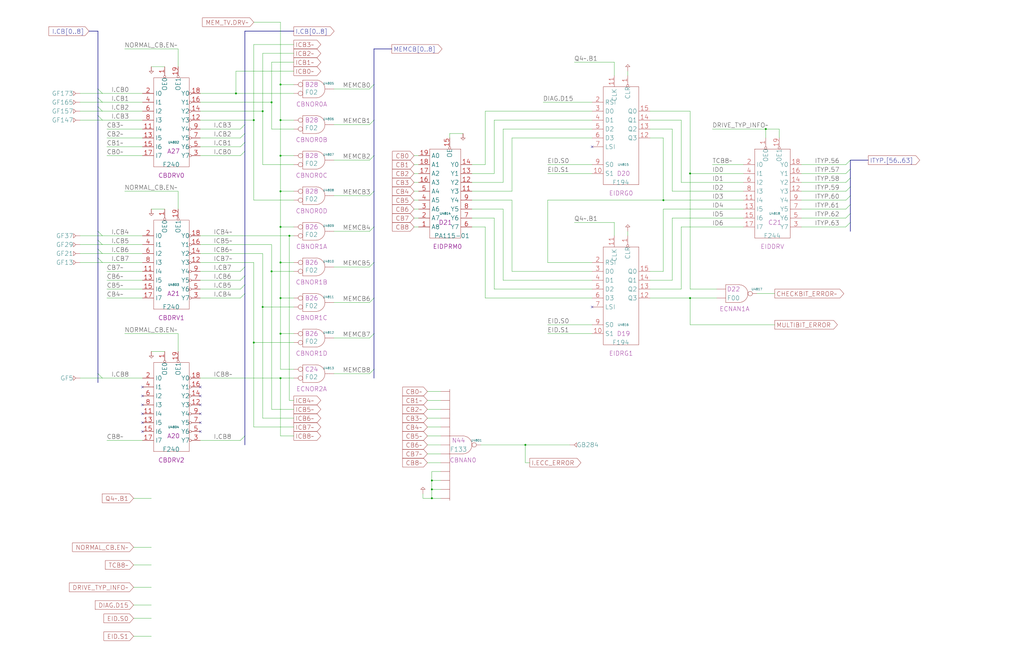
<source format=kicad_sch>
(kicad_sch (version 20250114) (generator "eeschema") (generator_version "9.0")
  (paper "User" 584.2 378.46)
  (title_block (title "ERROR CHECKING & CORRECTION\\nERROR DETECTION") (date "22-SEP-90") (rev "2.0") (comment 1 "IOC") (comment 2 "232-003061") (comment 3 "S400") (comment 4 "RELEASED"))
  (lib_symbols
    (symbol "r1000:F00" (pin_numbers (hide yes)) (pin_names (hide yes))
      (property "Reference" "U" (at 15.24 0 0))
      (property "Value" "F00" (at 1.905 -5.08 0))
      (property "Location" "___" (at 1.905 0 0))
      (property "Name" "______" (at 2.54 -12.7 0))
      (symbol "F00_1_1"
        (pin input line (at -7.62 0 0) (length 5.08) (name "D0") (number "1"))
        (pin input line (at -7.62 -5.08 0) (length 5.08) (name "D1") (number "2"))
        (pin output line (at 15.24 -2.54 180) (length 2.54) (name "Q") (number "3"))
      )
      (symbol "F00_1_2"
        (pin input line (at -7.62 0 0) (length 2.54) (name "D0") (number "1"))
        (pin input line (at -7.62 -5.08 0) (length 2.54) (name "D1") (number "2"))
        (pin output line (at 15.24 -2.54 180) (length 5.08) (name "Q") (number "3"))
      )
    )
    (symbol "r1000:F02" (pin_numbers (hide yes)) (pin_names (hide yes))
      (property "Reference" "U" (at 12.16 0.635 0))
      (property "Value" "F02" (at -1.27 -4.445 0))
      (property "Location" "___" (at 2.54 0 0))
      (property "Name" "______" (at 2.54 -12.7 0))
      (symbol "F02_1_1"
        (pin input line (at -7.62 0 0) (length 2.54) (name "D0") (number "1"))
        (pin input line (at -7.62 -5.08 0) (length 2.54) (name "D1") (number "2"))
        (pin output line (at 15.24 -2.54 180) (length 1.27) (name "Q") (number "3"))
      )
      (symbol "F02_1_2"
        (pin input line (at -7.62 0 0) (length 2.54) (name "D0") (number "1"))
        (pin input line (at -7.62 -5.08 0) (length 2.54) (name "D1") (number "2"))
        (pin output line (at 15.24 -2.54 180) (length 2.54) (name "Q") (number "3"))
      )
    )
    (symbol "r1000:F133" (pin_numbers (hide yes)) (pin_names (hide yes))
      (property "Reference" "U" (at 12.7 2.54 0))
      (property "Value" "F133" (at 2.54 -2.54 0))
      (property "Location" "___" (at 2.54 2.54 0))
      (property "Name" "______" (at 5.08 -10.16 0))
      (symbol "F133_1_1"
        (pin input line (at -7.62 30.48 0) (length 5.08) (name "D0") (number "10"))
        (pin input line (at -7.62 25.4 0) (length 5.08) (name "D1") (number "11"))
        (pin input line (at -7.62 20.32 0) (length 5.08) (name "D2") (number "12"))
        (pin input line (at -7.62 15.24 0) (length 5.08) (name "D3") (number "13"))
        (pin input line (at -7.62 10.16 0) (length 5.08) (name "D4") (number "14"))
        (pin input line (at -7.62 5.08 0) (length 5.08) (name "D5") (number "15"))
        (pin input line (at -7.62 0 0) (length 5.08) (name "D6") (number "1"))
        (pin input line (at -7.62 -5.08 0) (length 5.08) (name "D7") (number "2"))
        (pin input line (at -7.62 -10.16 0) (length 5.08) (name "D8") (number "3"))
        (pin input line (at -7.62 -15.24 0) (length 5.08) (name "D9") (number "4"))
        (pin input line (at -7.62 -20.32 0) (length 5.08) (name "D10") (number "5"))
        (pin input line (at -7.62 -25.4 0) (length 5.08) (name "D11") (number "6"))
        (pin input line (at -7.62 -30.48 0) (length 5.08) (name "D12") (number "7"))
        (pin output line (at 15.24 0 180) (length 2.54) (name "Q") (number "8"))
      )
    )
    (symbol "r1000:F194" (pin_names (offset 1.016))
      (property "Reference" "U" (at 2.54 5.08 0))
      (property "Value" "F194" (at -3.81 -5.08 0))
      (property "Location" "___" (at -1.27 0 0))
      (property "Name" "______" (at 1.27 -12.7 0))
      (symbol "F194_1_1"
        (pin input line (at -15.24 40.64 0) (length 6.35) (name "RSI") (number "2"))
        (pin input line (at -15.24 35.56 0) (length 6.35) (name "D0") (number "3"))
        (pin input line (at -15.24 30.48 0) (length 6.35) (name "D1") (number "4"))
        (pin input line (at -15.24 25.4 0) (length 6.35) (name "D2") (number "5"))
        (pin input line (at -15.24 20.32 0) (length 6.35) (name "D3") (number "6"))
        (pin input line (at -15.24 15.24 0) (length 6.35) (name "LSI") (number "7"))
        (pin input line (at -15.24 5.08 0) (length 6.35) (name "S0") (number "9"))
        (pin input line (at -15.24 0 0) (length 6.35) (name "S1") (number "10"))
        (pin input line (at -2.54 55.88 270) (length 6.35) (name "CLK") (number "11"))
        (pin input line (at 5.08 55.88 270) (length 5.08) (name "CLR") (number "1"))
        (pin output line (at 17.78 35.56 180) (length 6.35) (name "Q0") (number "15"))
        (pin output line (at 17.78 30.48 180) (length 6.35) (name "Q1") (number "14"))
        (pin output line (at 17.78 25.4 180) (length 6.35) (name "Q2") (number "13"))
        (pin output line (at 17.78 20.32 180) (length 6.35) (name "Q3") (number "12"))
      )
    )
    (symbol "r1000:F240" (pin_names (offset 1.016))
      (property "Reference" "U" (at 2.54 5.08 0))
      (property "Value" "F240" (at -3.81 -7.62 0))
      (property "Location" "___" (at -1.27 0 0))
      (property "Name" "______" (at 1.27 -15.24 0))
      (symbol "F240_1_1"
        (pin input line (at -15.24 33.02 0) (length 6.35) (name "I0") (number "2"))
        (pin input line (at -15.24 27.94 0) (length 6.35) (name "I1") (number "4"))
        (pin input line (at -15.24 22.86 0) (length 6.35) (name "I2") (number "6"))
        (pin input line (at -15.24 17.78 0) (length 6.35) (name "I3") (number "8"))
        (pin input line (at -15.24 12.7 0) (length 6.35) (name "I4") (number "11"))
        (pin input line (at -15.24 7.62 0) (length 6.35) (name "I5") (number "13"))
        (pin input line (at -15.24 2.54 0) (length 6.35) (name "I6") (number "15"))
        (pin input line (at -15.24 -2.54 0) (length 6.35) (name "I7") (number "17"))
        (pin input line (at -2.54 48.26 270) (length 5.08) (name "OE0") (number "1"))
        (pin input line (at 5.08 48.26 270) (length 5.08) (name "OE1") (number "19"))
        (pin tri_state line (at 17.78 33.02 180) (length 5.08) (name "Y0") (number "18"))
        (pin tri_state line (at 17.78 27.94 180) (length 5.08) (name "Y1") (number "16"))
        (pin tri_state line (at 17.78 22.86 180) (length 5.08) (name "Y2") (number "14"))
        (pin tri_state line (at 17.78 17.78 180) (length 5.08) (name "Y3") (number "12"))
        (pin tri_state line (at 17.78 12.7 180) (length 5.08) (name "Y4") (number "9"))
        (pin tri_state line (at 17.78 7.62 180) (length 5.08) (name "Y5") (number "7"))
        (pin tri_state line (at 17.78 2.54 180) (length 5.08) (name "Y6") (number "5"))
        (pin tri_state line (at 17.78 -2.54 180) (length 5.08) (name "Y7") (number "3"))
      )
    )
    (symbol "r1000:F244" (pin_names (offset 1.016))
      (property "Reference" "U" (at 2.54 5.08 0))
      (property "Value" "F244" (at -3.81 -7.62 0))
      (property "Location" "___" (at -1.27 0 0))
      (property "Name" "______" (at 1.27 -15.24 0))
      (symbol "F244_1_1"
        (pin input line (at -15.24 33.02 0) (length 6.35) (name "I0") (number "2"))
        (pin input line (at -15.24 27.94 0) (length 6.35) (name "I1") (number "4"))
        (pin input line (at -15.24 22.86 0) (length 6.35) (name "I2") (number "6"))
        (pin input line (at -15.24 17.78 0) (length 6.35) (name "I3") (number "8"))
        (pin input line (at -15.24 12.7 0) (length 6.35) (name "I4") (number "11"))
        (pin input line (at -15.24 7.62 0) (length 6.35) (name "I5") (number "13"))
        (pin input line (at -15.24 2.54 0) (length 6.35) (name "I6") (number "15"))
        (pin input line (at -15.24 -2.54 0) (length 6.35) (name "I7") (number "17"))
        (pin input line (at -2.54 48.26 270) (length 5.08) (name "OE0") (number "1"))
        (pin input line (at 5.08 48.26 270) (length 5.08) (name "OE1") (number "19"))
        (pin tri_state line (at 17.78 33.02 180) (length 6.35) (name "Y0") (number "18"))
        (pin tri_state line (at 17.78 27.94 180) (length 6.35) (name "Y1") (number "16"))
        (pin tri_state line (at 17.78 22.86 180) (length 6.35) (name "Y2") (number "14"))
        (pin tri_state line (at 17.78 17.78 180) (length 6.35) (name "Y3") (number "12"))
        (pin tri_state line (at 17.78 12.7 180) (length 6.35) (name "Y4") (number "9"))
        (pin tri_state line (at 17.78 7.62 180) (length 6.35) (name "Y5") (number "7"))
        (pin tri_state line (at 17.78 2.54 180) (length 6.35) (name "Y6") (number "5"))
        (pin tri_state line (at 17.78 -2.54 180) (length 6.35) (name "Y7") (number "3"))
      )
    )
    (symbol "r1000:GB" (pin_numbers (hide yes)) (pin_names (offset 0) (hide yes))
      (property "Reference" "GB" (at 3.81 0 0))
      (symbol "GB_1_1"
        (pin bidirectional line (at 0 0 0) (length 2.54) (name "") (number "1"))
      )
    )
    (symbol "r1000:GF" (pin_numbers (hide yes)) (pin_names (offset 0) (hide yes))
      (property "Reference" "GF" (at 3.81 0 0))
      (symbol "GF_1_1"
        (pin bidirectional line (at 0 0 0) (length 2.54) (name "") (number "1"))
      )
    )
    (symbol "r1000:PAxxx" (pin_names (offset 1.016))
      (property "Reference" "U" (at 2.54 5.08 0))
      (property "Value" "PAxxx" (at -3.81 -7.62 0))
      (property "Location" "___" (at -1.27 0 0))
      (property "Name" "______" (at 3.81 -15.24 0))
      (symbol "PAxxx_1_1"
        (pin input line (at -12.7 38.1 0) (length 6.35) (name "A0") (number "19"))
        (pin input line (at -12.7 33.02 0) (length 6.35) (name "A1") (number "18"))
        (pin input line (at -12.7 27.94 0) (length 6.35) (name "A2") (number "17"))
        (pin input line (at -12.7 22.86 0) (length 6.35) (name "A3") (number "16"))
        (pin input line (at -12.7 17.78 0) (length 6.35) (name "A4") (number "5"))
        (pin input line (at -12.7 12.7 0) (length 6.35) (name "A5") (number "4"))
        (pin input line (at -12.7 7.62 0) (length 6.35) (name "A6") (number "3"))
        (pin input line (at -12.7 2.54 0) (length 6.35) (name "A7") (number "2"))
        (pin input line (at -12.7 -2.54 0) (length 6.35) (name "A8") (number "1"))
        (pin input line (at 5.08 48.26 270) (length 5.08) (name "OE") (number "15"))
        (pin tri_state line (at 17.78 33.02 180) (length 6.35) (name "Y0") (number "14"))
        (pin tri_state line (at 17.78 27.94 180) (length 6.35) (name "Y1") (number "13"))
        (pin tri_state line (at 17.78 22.86 180) (length 6.35) (name "Y2") (number "12"))
        (pin tri_state line (at 17.78 17.78 180) (length 6.35) (name "Y3") (number "11"))
        (pin tri_state line (at 17.78 12.7 180) (length 6.35) (name "Y4") (number "9"))
        (pin tri_state line (at 17.78 7.62 180) (length 6.35) (name "Y5") (number "8"))
        (pin tri_state line (at 17.78 2.54 180) (length 6.35) (name "Y6") (number "7"))
        (pin tri_state line (at 17.78 -2.54 180) (length 6.35) (name "Y7") (number "6"))
      )
    )
    (symbol "r1000:PD" (power) (pin_numbers (hide yes)) (pin_names (hide yes)) (in_bom no)
      (symbol "PD_1_1"
        (pin power_in line (at 0 0 270) (length 2.54) (name "PD") (number "1"))
      )
    )
    (symbol "r1000:PU" (power) (pin_numbers (hide yes)) (pin_names (hide yes))
      (symbol "PU_1_1"
        (pin power_in line (at 0 0 90) (length 2.54) (name "PU") (number "1"))
      )
    )
  )
  (junction (at 378.46 114.3))
  (junction (at 160.02 68.58))
  (junction (at 160.02 215.9))
  (junction (at 160.02 129.54))
  (junction (at 160.02 190.5))
  (junction (at 160.02 170.18))
  (junction (at 160.02 88.9))
  (junction (at 160.02 109.22))
  (junction (at 436.88 73.66))
  (junction (at 393.7 99.06))
  (junction (at 160.02 149.86))
  (junction (at 154.94 154.94))
  (junction (at 299.72 254))
  (junction (at 149.86 175.26))
  (junction (at 246.38 279.4))
  (junction (at 393.7 170.18))
  (junction (at 160.02 48.26))
  (junction (at 134.62 53.34))
  (junction (at 149.86 63.5))
  (junction (at 246.38 284.48))
  (junction (at 144.78 68.58))
  (junction (at 154.94 58.42))
  (junction (at 144.78 195.58))
  (junction (at 246.38 274.32))
  (junction (at 165.1 134.62))
  (no_connect (at 81.28 236.22))
  (no_connect (at 81.28 246.38))
  (no_connect (at 114.3 241.3))
  (no_connect (at 81.28 220.98))
  (no_connect (at 114.3 236.22))
  (no_connect (at 337.82 83.82))
  (no_connect (at 114.3 226.06))
  (no_connect (at 114.3 246.38))
  (no_connect (at 114.3 231.14))
  (no_connect (at 81.28 241.3))
  (no_connect (at 337.82 175.26))
  (no_connect (at 81.28 231.14))
  (no_connect (at 81.28 226.06))
  (no_connect (at 114.3 220.98))
  (bus_entry (at 213.36 68.58) (size -2.54 2.54))
  (bus_entry (at 139.7 86.36) (size -2.54 2.54))
  (bus_entry (at 55.88 60.96) (size 2.54 2.54))
  (bus_entry (at 139.7 162.56) (size -2.54 2.54))
  (bus_entry (at 55.88 66.04) (size 2.54 2.54))
  (bus_entry (at 139.7 248.92) (size -2.54 2.54))
  (bus_entry (at 139.7 71.12) (size -2.54 2.54))
  (bus_entry (at 485.14 91.44) (size -2.54 2.54))
  (bus_entry (at 139.7 167.64) (size -2.54 2.54))
  (bus_entry (at 55.88 142.24) (size 2.54 2.54))
  (bus_entry (at 213.36 109.22) (size -2.54 2.54))
  (bus_entry (at 55.88 213.36) (size 2.54 2.54))
  (bus_entry (at 55.88 137.16) (size 2.54 2.54))
  (bus_entry (at 485.14 101.6) (size -2.54 2.54))
  (bus_entry (at 485.14 127) (size -2.54 2.54))
  (bus_entry (at 213.36 88.9) (size -2.54 2.54))
  (bus_entry (at 55.88 50.8) (size 2.54 2.54))
  (bus_entry (at 213.36 129.54) (size -2.54 2.54))
  (bus_entry (at 213.36 190.5) (size -2.54 2.54))
  (bus_entry (at 139.7 76.2) (size -2.54 2.54))
  (bus_entry (at 485.14 106.68) (size -2.54 2.54))
  (bus_entry (at 213.36 210.82) (size -2.54 2.54))
  (bus_entry (at 139.7 81.28) (size -2.54 2.54))
  (bus_entry (at 55.88 55.88) (size 2.54 2.54))
  (bus_entry (at 485.14 111.76) (size -2.54 2.54))
  (bus_entry (at 213.36 170.18) (size -2.54 2.54))
  (bus_entry (at 485.14 116.84) (size -2.54 2.54))
  (bus_entry (at 55.88 132.08) (size 2.54 2.54))
  (bus_entry (at 139.7 152.4) (size -2.54 2.54))
  (bus_entry (at 213.36 149.86) (size -2.54 2.54))
  (bus_entry (at 485.14 121.92) (size -2.54 2.54))
  (bus_entry (at 55.88 147.32) (size 2.54 2.54))
  (bus_entry (at 139.7 157.48) (size -2.54 2.54))
  (bus_entry (at 485.14 96.52) (size -2.54 2.54))
  (bus_entry (at 213.36 48.26) (size -2.54 2.54))
  (wire (pts (xy 269.24 114.3) (xy 292.1 114.3)))
  (wire (pts (xy 58.42 63.5) (xy 81.28 63.5)))
  (wire (pts (xy 287.02 119.38) (xy 269.24 119.38)))
  (wire (pts (xy 388.62 68.58) (xy 388.62 104.14)))
  (wire (pts (xy 281.94 99.06) (xy 269.24 99.06)))
  (wire (pts (xy 276.86 93.98) (xy 269.24 93.98)))
  (bus (pts (xy 139.7 81.28) (xy 139.7 86.36)))
  (bus (pts (xy 55.88 213.36) (xy 55.88 218.44)))
  (wire (pts (xy 58.42 149.86) (xy 81.28 149.86)))
  (bus (pts (xy 213.36 149.86) (xy 213.36 170.18)))
  (bus (pts (xy 213.36 27.94) (xy 223.52 27.94)))
  (wire (pts (xy 190.5 172.72) (xy 210.82 172.72)))
  (wire (pts (xy 393.7 170.18) (xy 408.94 170.18)))
  (wire (pts (xy 76.2 322.58) (xy 86.36 322.58)))
  (wire (pts (xy 160.02 68.58) (xy 167.64 68.58)))
  (wire (pts (xy 190.5 91.44) (xy 210.82 91.44)))
  (wire (pts (xy 160.02 12.7) (xy 160.02 48.26)))
  (wire (pts (xy 236.22 114.3) (xy 238.76 114.3)))
  (wire (pts (xy 358.14 132.08) (xy 358.14 134.62)))
  (wire (pts (xy 264.16 76.2) (xy 256.54 76.2)))
  (wire (pts (xy 236.22 124.46) (xy 238.76 124.46)))
  (wire (pts (xy 269.24 124.46) (xy 281.94 124.46)))
  (wire (pts (xy 58.42 58.42) (xy 81.28 58.42)))
  (wire (pts (xy 134.62 53.34) (xy 167.64 53.34)))
  (wire (pts (xy 165.1 134.62) (xy 167.64 134.62)))
  (wire (pts (xy 236.22 88.9) (xy 238.76 88.9)))
  (wire (pts (xy 160.02 109.22) (xy 160.02 129.54)))
  (bus (pts (xy 485.14 121.92) (xy 485.14 127)))
  (bus (pts (xy 55.88 137.16) (xy 55.88 142.24)))
  (wire (pts (xy 114.3 78.74) (xy 137.16 78.74)))
  (wire (pts (xy 154.94 139.7) (xy 154.94 154.94)))
  (wire (pts (xy 154.94 154.94) (xy 167.64 154.94)))
  (wire (pts (xy 160.02 129.54) (xy 167.64 129.54)))
  (wire (pts (xy 45.72 139.7) (xy 58.42 139.7)))
  (bus (pts (xy 213.36 129.54) (xy 213.36 149.86)))
  (wire (pts (xy 58.42 139.7) (xy 81.28 139.7)))
  (bus (pts (xy 139.7 167.64) (xy 139.7 248.92)))
  (bus (pts (xy 485.14 116.84) (xy 485.14 121.92)))
  (wire (pts (xy 190.5 193.04) (xy 210.82 193.04)))
  (bus (pts (xy 485.14 91.44) (xy 485.14 96.52)))
  (wire (pts (xy 299.72 254) (xy 325.12 254)))
  (wire (pts (xy 299.72 264.16) (xy 299.72 254)))
  (wire (pts (xy 287.02 104.14) (xy 269.24 104.14)))
  (wire (pts (xy 167.64 228.6) (xy 165.1 228.6)))
  (wire (pts (xy 378.46 114.3) (xy 424.18 114.3)))
  (wire (pts (xy 58.42 68.58) (xy 81.28 68.58)))
  (wire (pts (xy 160.02 68.58) (xy 160.02 88.9)))
  (wire (pts (xy 241.3 281.94) (xy 241.3 284.48)))
  (wire (pts (xy 243.84 264.16) (xy 251.46 264.16)))
  (bus (pts (xy 139.7 17.78) (xy 167.64 17.78)))
  (wire (pts (xy 144.78 114.3) (xy 167.64 114.3)))
  (wire (pts (xy 114.3 251.46) (xy 137.16 251.46)))
  (wire (pts (xy 246.38 269.24) (xy 246.38 274.32)))
  (wire (pts (xy 114.3 149.86) (xy 144.78 149.86)))
  (wire (pts (xy 337.82 68.58) (xy 281.94 68.58)))
  (wire (pts (xy 337.82 73.66) (xy 287.02 73.66)))
  (wire (pts (xy 160.02 215.9) (xy 167.64 215.9)))
  (wire (pts (xy 274.32 254) (xy 299.72 254)))
  (wire (pts (xy 246.38 279.4) (xy 246.38 284.48)))
  (bus (pts (xy 213.36 190.5) (xy 213.36 210.82)))
  (wire (pts (xy 436.88 73.66) (xy 444.5 73.66)))
  (wire (pts (xy 243.84 228.6) (xy 251.46 228.6)))
  (bus (pts (xy 50.8 17.78) (xy 55.88 17.78)))
  (wire (pts (xy 431.8 167.64) (xy 441.96 167.64)))
  (bus (pts (xy 213.36 88.9) (xy 213.36 109.22)))
  (wire (pts (xy 154.94 73.66) (xy 167.64 73.66)))
  (wire (pts (xy 114.3 215.9) (xy 160.02 215.9)))
  (bus (pts (xy 139.7 71.12) (xy 139.7 76.2)))
  (bus (pts (xy 213.36 48.26) (xy 213.36 68.58)))
  (wire (pts (xy 190.5 213.36) (xy 210.82 213.36)))
  (wire (pts (xy 114.3 154.94) (xy 137.16 154.94)))
  (bus (pts (xy 485.14 91.44) (xy 495.3 91.44)))
  (wire (pts (xy 149.86 93.98) (xy 167.64 93.98)))
  (wire (pts (xy 393.7 99.06) (xy 393.7 165.1)))
  (wire (pts (xy 114.3 134.62) (xy 165.1 134.62)))
  (bus (pts (xy 213.36 170.18) (xy 213.36 190.5)))
  (bus (pts (xy 485.14 101.6) (xy 485.14 106.68)))
  (wire (pts (xy 76.2 345.44) (xy 86.36 345.44)))
  (bus (pts (xy 213.36 27.94) (xy 213.36 48.26)))
  (wire (pts (xy 167.64 30.48) (xy 149.86 30.48)))
  (bus (pts (xy 213.36 109.22) (xy 213.36 129.54)))
  (wire (pts (xy 350.52 134.62) (xy 350.52 127)))
  (wire (pts (xy 388.62 165.1) (xy 388.62 129.54)))
  (wire (pts (xy 370.84 78.74) (xy 378.46 78.74)))
  (wire (pts (xy 243.84 259.08) (xy 251.46 259.08)))
  (wire (pts (xy 378.46 154.94) (xy 378.46 119.38)))
  (wire (pts (xy 337.82 160.02) (xy 287.02 160.02)))
  (wire (pts (xy 167.64 248.92) (xy 160.02 248.92)))
  (bus (pts (xy 55.88 66.04) (xy 55.88 132.08)))
  (wire (pts (xy 276.86 170.18) (xy 276.86 129.54)))
  (wire (pts (xy 388.62 129.54) (xy 424.18 129.54)))
  (wire (pts (xy 144.78 68.58) (xy 144.78 114.3)))
  (wire (pts (xy 236.22 119.38) (xy 238.76 119.38)))
  (wire (pts (xy 114.3 63.5) (xy 149.86 63.5)))
  (wire (pts (xy 114.3 68.58) (xy 144.78 68.58)))
  (wire (pts (xy 114.3 139.7) (xy 154.94 139.7)))
  (wire (pts (xy 190.5 71.12) (xy 210.82 71.12)))
  (bus (pts (xy 485.14 96.52) (xy 485.14 101.6)))
  (wire (pts (xy 60.96 78.74) (xy 81.28 78.74)))
  (wire (pts (xy 312.42 99.06) (xy 337.82 99.06)))
  (bus (pts (xy 55.88 60.96) (xy 55.88 66.04)))
  (wire (pts (xy 45.72 215.9) (xy 58.42 215.9)))
  (wire (pts (xy 144.78 12.7) (xy 160.02 12.7)))
  (wire (pts (xy 160.02 210.82) (xy 167.64 210.82)))
  (bus (pts (xy 139.7 248.92) (xy 139.7 254)))
  (wire (pts (xy 236.22 104.14) (xy 238.76 104.14)))
  (wire (pts (xy 457.2 109.22) (xy 482.6 109.22)))
  (wire (pts (xy 243.84 223.52) (xy 251.46 223.52)))
  (wire (pts (xy 160.02 149.86) (xy 160.02 170.18)))
  (wire (pts (xy 114.3 73.66) (xy 137.16 73.66)))
  (wire (pts (xy 383.54 124.46) (xy 383.54 160.02)))
  (wire (pts (xy 243.84 248.92) (xy 251.46 248.92)))
  (wire (pts (xy 114.3 53.34) (xy 134.62 53.34)))
  (wire (pts (xy 76.2 363.22) (xy 86.36 363.22)))
  (bus (pts (xy 55.88 147.32) (xy 55.88 213.36)))
  (wire (pts (xy 144.78 195.58) (xy 167.64 195.58)))
  (wire (pts (xy 154.94 35.56) (xy 154.94 58.42)))
  (wire (pts (xy 144.78 243.84) (xy 144.78 195.58)))
  (wire (pts (xy 144.78 25.4) (xy 144.78 68.58)))
  (wire (pts (xy 45.72 58.42) (xy 58.42 58.42)))
  (wire (pts (xy 45.72 63.5) (xy 58.42 63.5)))
  (wire (pts (xy 167.64 40.64) (xy 134.62 40.64)))
  (wire (pts (xy 60.96 73.66) (xy 81.28 73.66)))
  (wire (pts (xy 76.2 353.06) (xy 86.36 353.06)))
  (wire (pts (xy 160.02 48.26) (xy 160.02 68.58)))
  (wire (pts (xy 101.6 109.22) (xy 71.12 109.22)))
  (wire (pts (xy 101.6 27.94) (xy 71.12 27.94)))
  (wire (pts (xy 160.02 190.5) (xy 160.02 210.82)))
  (bus (pts (xy 55.88 132.08) (xy 55.88 137.16)))
  (wire (pts (xy 457.2 119.38) (xy 482.6 119.38)))
  (wire (pts (xy 101.6 200.66) (xy 101.6 190.5)))
  (wire (pts (xy 393.7 185.42) (xy 393.7 170.18)))
  (wire (pts (xy 370.84 165.1) (xy 388.62 165.1)))
  (wire (pts (xy 281.94 165.1) (xy 337.82 165.1)))
  (wire (pts (xy 457.2 104.14) (xy 482.6 104.14)))
  (wire (pts (xy 45.72 53.34) (xy 58.42 53.34)))
  (wire (pts (xy 160.02 170.18) (xy 167.64 170.18)))
  (wire (pts (xy 383.54 73.66) (xy 383.54 109.22)))
  (wire (pts (xy 45.72 134.62) (xy 58.42 134.62)))
  (wire (pts (xy 406.4 93.98) (xy 424.18 93.98)))
  (wire (pts (xy 45.72 144.78) (xy 58.42 144.78)))
  (wire (pts (xy 45.72 149.86) (xy 58.42 149.86)))
  (wire (pts (xy 101.6 119.38) (xy 101.6 109.22)))
  (wire (pts (xy 114.3 144.78) (xy 149.86 144.78)))
  (wire (pts (xy 114.3 170.18) (xy 137.16 170.18)))
  (wire (pts (xy 190.5 111.76) (xy 210.82 111.76)))
  (bus (pts (xy 139.7 152.4) (xy 139.7 157.48)))
  (wire (pts (xy 86.36 38.1) (xy 93.98 38.1)))
  (wire (pts (xy 160.02 129.54) (xy 160.02 149.86)))
  (wire (pts (xy 370.84 63.5) (xy 393.7 63.5)))
  (wire (pts (xy 76.2 312.42) (xy 86.36 312.42)))
  (wire (pts (xy 312.42 93.98) (xy 337.82 93.98)))
  (wire (pts (xy 114.3 58.42) (xy 154.94 58.42)))
  (wire (pts (xy 292.1 78.74) (xy 292.1 109.22)))
  (wire (pts (xy 149.86 238.76) (xy 149.86 175.26)))
  (wire (pts (xy 292.1 154.94) (xy 337.82 154.94)))
  (wire (pts (xy 58.42 53.34) (xy 81.28 53.34)))
  (wire (pts (xy 312.42 185.42) (xy 337.82 185.42)))
  (wire (pts (xy 236.22 129.54) (xy 238.76 129.54)))
  (bus (pts (xy 139.7 162.56) (xy 139.7 167.64)))
  (wire (pts (xy 60.96 251.46) (xy 81.28 251.46)))
  (wire (pts (xy 236.22 99.06) (xy 238.76 99.06)))
  (wire (pts (xy 149.86 144.78) (xy 149.86 175.26)))
  (wire (pts (xy 424.18 124.46) (xy 383.54 124.46)))
  (wire (pts (xy 114.3 160.02) (xy 137.16 160.02)))
  (wire (pts (xy 370.84 73.66) (xy 383.54 73.66)))
  (wire (pts (xy 302.26 264.16) (xy 299.72 264.16)))
  (wire (pts (xy 160.02 48.26) (xy 167.64 48.26)))
  (wire (pts (xy 167.64 35.56) (xy 154.94 35.56)))
  (wire (pts (xy 101.6 190.5) (xy 71.12 190.5)))
  (bus (pts (xy 139.7 157.48) (xy 139.7 162.56)))
  (wire (pts (xy 309.88 58.42) (xy 337.82 58.42)))
  (wire (pts (xy 60.96 88.9) (xy 81.28 88.9)))
  (wire (pts (xy 457.2 124.46) (xy 482.6 124.46)))
  (wire (pts (xy 167.64 233.68) (xy 154.94 233.68)))
  (wire (pts (xy 246.38 284.48) (xy 251.46 284.48)))
  (wire (pts (xy 243.84 238.76) (xy 251.46 238.76)))
  (wire (pts (xy 76.2 335.28) (xy 86.36 335.28)))
  (wire (pts (xy 60.96 154.94) (xy 81.28 154.94)))
  (wire (pts (xy 312.42 149.86) (xy 337.82 149.86)))
  (wire (pts (xy 457.2 114.3) (xy 482.6 114.3)))
  (wire (pts (xy 350.52 35.56) (xy 327.66 35.56)))
  (wire (pts (xy 243.84 233.68) (xy 251.46 233.68)))
  (wire (pts (xy 154.94 233.68) (xy 154.94 154.94)))
  (wire (pts (xy 457.2 129.54) (xy 482.6 129.54)))
  (wire (pts (xy 292.1 114.3) (xy 292.1 154.94)))
  (wire (pts (xy 86.36 200.66) (xy 93.98 200.66)))
  (wire (pts (xy 243.84 254) (xy 251.46 254)))
  (wire (pts (xy 393.7 165.1) (xy 408.94 165.1)))
  (wire (pts (xy 287.02 160.02) (xy 287.02 119.38)))
  (wire (pts (xy 383.54 160.02) (xy 370.84 160.02)))
  (wire (pts (xy 190.5 50.8) (xy 210.82 50.8)))
  (wire (pts (xy 236.22 93.98) (xy 238.76 93.98)))
  (bus (pts (xy 139.7 17.78) (xy 139.7 71.12)))
  (wire (pts (xy 144.78 149.86) (xy 144.78 195.58)))
  (wire (pts (xy 114.3 83.82) (xy 137.16 83.82)))
  (wire (pts (xy 160.02 190.5) (xy 167.64 190.5)))
  (wire (pts (xy 101.6 38.1) (xy 101.6 27.94)))
  (wire (pts (xy 378.46 78.74) (xy 378.46 114.3)))
  (wire (pts (xy 350.52 127) (xy 327.66 127)))
  (wire (pts (xy 281.94 124.46) (xy 281.94 165.1)))
  (wire (pts (xy 76.2 284.48) (xy 86.36 284.48)))
  (wire (pts (xy 337.82 170.18) (xy 276.86 170.18)))
  (bus (pts (xy 213.36 68.58) (xy 213.36 88.9)))
  (wire (pts (xy 287.02 73.66) (xy 287.02 104.14)))
  (bus (pts (xy 139.7 86.36) (xy 139.7 152.4)))
  (wire (pts (xy 436.88 73.66) (xy 436.88 78.74)))
  (bus (pts (xy 213.36 210.82) (xy 213.36 215.9)))
  (wire (pts (xy 86.36 119.38) (xy 93.98 119.38)))
  (wire (pts (xy 165.1 134.62) (xy 165.1 228.6)))
  (wire (pts (xy 246.38 284.48) (xy 241.3 284.48)))
  (bus (pts (xy 55.88 142.24) (xy 55.88 147.32)))
  (wire (pts (xy 160.02 248.92) (xy 160.02 215.9)))
  (wire (pts (xy 154.94 58.42) (xy 154.94 73.66)))
  (wire (pts (xy 114.3 165.1) (xy 137.16 165.1)))
  (wire (pts (xy 383.54 109.22) (xy 424.18 109.22)))
  (wire (pts (xy 60.96 160.02) (xy 81.28 160.02)))
  (wire (pts (xy 246.38 274.32) (xy 246.38 279.4)))
  (wire (pts (xy 149.86 30.48) (xy 149.86 63.5)))
  (wire (pts (xy 378.46 114.3) (xy 312.42 114.3)))
  (wire (pts (xy 312.42 114.3) (xy 312.42 149.86)))
  (wire (pts (xy 190.5 152.4) (xy 210.82 152.4)))
  (wire (pts (xy 167.64 243.84) (xy 144.78 243.84)))
  (wire (pts (xy 149.86 63.5) (xy 149.86 93.98)))
  (wire (pts (xy 160.02 149.86) (xy 167.64 149.86)))
  (wire (pts (xy 444.5 78.74) (xy 444.5 73.66)))
  (wire (pts (xy 58.42 144.78) (xy 81.28 144.78)))
  (wire (pts (xy 457.2 99.06) (xy 482.6 99.06)))
  (bus (pts (xy 55.88 17.78) (xy 55.88 50.8)))
  (wire (pts (xy 393.7 99.06) (xy 424.18 99.06)))
  (wire (pts (xy 167.64 238.76) (xy 149.86 238.76)))
  (wire (pts (xy 337.82 78.74) (xy 292.1 78.74)))
  (wire (pts (xy 58.42 215.9) (xy 81.28 215.9)))
  (wire (pts (xy 190.5 132.08) (xy 210.82 132.08)))
  (wire (pts (xy 160.02 88.9) (xy 160.02 109.22)))
  (wire (pts (xy 236.22 109.22) (xy 238.76 109.22)))
  (wire (pts (xy 441.96 185.42) (xy 393.7 185.42)))
  (bus (pts (xy 55.88 50.8) (xy 55.88 55.88)))
  (wire (pts (xy 45.72 68.58) (xy 58.42 68.58)))
  (wire (pts (xy 246.38 274.32) (xy 251.46 274.32)))
  (wire (pts (xy 114.3 88.9) (xy 137.16 88.9)))
  (wire (pts (xy 281.94 68.58) (xy 281.94 99.06)))
  (bus (pts (xy 485.14 127) (xy 485.14 132.08)))
  (wire (pts (xy 276.86 129.54) (xy 269.24 129.54)))
  (bus (pts (xy 55.88 55.88) (xy 55.88 60.96)))
  (wire (pts (xy 276.86 63.5) (xy 276.86 93.98)))
  (wire (pts (xy 246.38 279.4) (xy 251.46 279.4)))
  (wire (pts (xy 243.84 243.84) (xy 251.46 243.84)))
  (wire (pts (xy 370.84 68.58) (xy 388.62 68.58)))
  (wire (pts (xy 60.96 170.18) (xy 81.28 170.18)))
  (wire (pts (xy 160.02 170.18) (xy 160.02 190.5)))
  (wire (pts (xy 457.2 93.98) (xy 482.6 93.98)))
  (wire (pts (xy 370.84 154.94) (xy 378.46 154.94)))
  (bus (pts (xy 139.7 76.2) (xy 139.7 81.28)))
  (wire (pts (xy 406.4 73.66) (xy 436.88 73.66)))
  (wire (pts (xy 388.62 104.14) (xy 424.18 104.14)))
  (bus (pts (xy 485.14 106.68) (xy 485.14 111.76)))
  (wire (pts (xy 312.42 190.5) (xy 337.82 190.5)))
  (bus (pts (xy 485.14 111.76) (xy 485.14 116.84)))
  (wire (pts (xy 256.54 76.2) (xy 256.54 78.74)))
  (wire (pts (xy 160.02 109.22) (xy 167.64 109.22)))
  (wire (pts (xy 292.1 109.22) (xy 269.24 109.22)))
  (wire (pts (xy 350.52 43.18) (xy 350.52 35.56)))
  (wire (pts (xy 251.46 269.24) (xy 246.38 269.24)))
  (wire (pts (xy 337.82 63.5) (xy 276.86 63.5)))
  (wire (pts (xy 378.46 119.38) (xy 424.18 119.38)))
  (wire (pts (xy 358.14 40.64) (xy 358.14 43.18)))
  (wire (pts (xy 134.62 40.64) (xy 134.62 53.34)))
  (wire (pts (xy 160.02 88.9) (xy 167.64 88.9)))
  (wire (pts (xy 370.84 170.18) (xy 393.7 170.18)))
  (wire (pts (xy 393.7 63.5) (xy 393.7 99.06)))
  (wire (pts (xy 58.42 134.62) (xy 81.28 134.62)))
  (wire (pts (xy 149.86 175.26) (xy 167.64 175.26)))
  (wire (pts (xy 60.96 83.82) (xy 81.28 83.82)))
  (wire (pts (xy 167.64 25.4) (xy 144.78 25.4)))
  (wire (pts (xy 60.96 165.1) (xy 81.28 165.1)))
  (label "I.CB2" (at 63.5 63.5 0) (effects (font (size 2.54 2.54))))
  (label "ID3" (at 406.4 114.3 0) (effects (font (size 2.54 2.54))))
  (label "ICB4~" (at 121.92 134.62 0) (effects (font (size 2.54 2.54))))
  (label "MEMCB5" (at 195.58 152.4 0) (effects (font (size 2.54 2.54))))
  (label "MEMCB1" (at 195.58 71.12 0) (effects (font (size 2.54 2.54))))
  (label "I.CB7" (at 121.92 154.94 0) (effects (font (size 2.54 2.54))))
  (label "ICB6~" (at 121.92 144.78 0) (effects (font (size 2.54 2.54))))
  (label "TCB8~" (at 406.4 93.98 0) (effects (font (size 2.54 2.54))))
  (label "ID6" (at 406.4 129.54 0) (effects (font (size 2.54 2.54))))
  (label "I.CB1" (at 63.5 58.42 0) (effects (font (size 2.54 2.54))))
  (label "NORMAL_CB.EN~" (at 71.12 190.5 0) (effects (font (size 2.54 2.54))))
  (label "I.CB4" (at 121.92 170.18 0) (effects (font (size 2.54 2.54))))
  (label "I.CB5" (at 121.92 165.1 0) (effects (font (size 2.54 2.54))))
  (label "I.CB8" (at 121.92 251.46 0) (effects (font (size 2.54 2.54))))
  (label "I.CB4" (at 63.5 134.62 0) (effects (font (size 2.54 2.54))))
  (label "MEMCB6" (at 195.58 172.72 0) (effects (font (size 2.54 2.54))))
  (label "MEMCB0" (at 195.58 50.8 0) (effects (font (size 2.54 2.54))))
  (label "ITYP.56" (at 464.82 93.98 0) (effects (font (size 2.54 2.54))))
  (label "ITYP.58" (at 464.82 104.14 0) (effects (font (size 2.54 2.54))))
  (label "CB0~" (at 60.96 88.9 0) (effects (font (size 2.54 2.54))))
  (label "ICB8~" (at 121.92 215.9 0) (effects (font (size 2.54 2.54))))
  (label "ICB5~" (at 121.92 139.7 0) (effects (font (size 2.54 2.54))))
  (label "CB4~" (at 60.96 170.18 0) (effects (font (size 2.54 2.54))))
  (label "CB6~" (at 60.96 160.02 0) (effects (font (size 2.54 2.54))))
  (label "ID4" (at 406.4 119.38 0) (effects (font (size 2.54 2.54))))
  (label "EID.S0" (at 312.42 93.98 0) (effects (font (size 2.54 2.54))))
  (label "MEMCB8" (at 195.58 213.36 0) (effects (font (size 2.54 2.54))))
  (label "Q4~.B1" (at 327.66 127 0) (effects (font (size 2.54 2.54))))
  (label "I.CB1" (at 121.92 83.82 0) (effects (font (size 2.54 2.54))))
  (label "CB8~" (at 60.96 251.46 0) (effects (font (size 2.54 2.54))))
  (label "I.CB3" (at 63.5 68.58 0) (effects (font (size 2.54 2.54))))
  (label "I.CB6" (at 121.92 160.02 0) (effects (font (size 2.54 2.54))))
  (label "I.CB0" (at 63.5 53.34 0) (effects (font (size 2.54 2.54))))
  (label "I.CB6" (at 63.5 144.78 0) (effects (font (size 2.54 2.54))))
  (label "ID1" (at 406.4 104.14 0) (effects (font (size 2.54 2.54))))
  (label "ITYP.59" (at 464.82 109.22 0) (effects (font (size 2.54 2.54))))
  (label "EID.S1" (at 312.42 190.5 0) (effects (font (size 2.54 2.54))))
  (label "I.CB8" (at 63.5 215.9 0) (effects (font (size 2.54 2.54))))
  (label "CB3~" (at 60.96 73.66 0) (effects (font (size 2.54 2.54))))
  (label "CB7~" (at 60.96 154.94 0) (effects (font (size 2.54 2.54))))
  (label "ITYP.63" (at 464.82 129.54 0) (effects (font (size 2.54 2.54))))
  (label "ITYP.57" (at 464.82 99.06 0) (effects (font (size 2.54 2.54))))
  (label "ITYP.62" (at 464.82 124.46 0) (effects (font (size 2.54 2.54))))
  (label "ID5" (at 406.4 124.46 0) (effects (font (size 2.54 2.54))))
  (label "MEMCB7" (at 195.58 193.04 0) (effects (font (size 2.54 2.54))))
  (label "ICB7~" (at 121.92 149.86 0) (effects (font (size 2.54 2.54))))
  (label "ITYP.61" (at 464.82 119.38 0) (effects (font (size 2.54 2.54))))
  (label "I.CB5" (at 63.5 139.7 0) (effects (font (size 2.54 2.54))))
  (label "EID.S0" (at 312.42 185.42 0) (effects (font (size 2.54 2.54))))
  (label "Q4~.B1" (at 327.66 35.56 0) (effects (font (size 2.54 2.54))))
  (label "NORMAL_CB.EN~" (at 71.12 27.94 0) (effects (font (size 2.54 2.54))))
  (label "CB5~" (at 60.96 165.1 0) (effects (font (size 2.54 2.54))))
  (label "EID.S1" (at 312.42 99.06 0) (effects (font (size 2.54 2.54))))
  (label "I.CB3" (at 121.92 73.66 0) (effects (font (size 2.54 2.54))))
  (label "MEMCB3" (at 195.58 111.76 0) (effects (font (size 2.54 2.54))))
  (label "MEMCB2" (at 195.58 91.44 0) (effects (font (size 2.54 2.54))))
  (label "I.CB2" (at 121.92 78.74 0) (effects (font (size 2.54 2.54))))
  (label "ITYP.60" (at 464.82 114.3 0) (effects (font (size 2.54 2.54))))
  (label "MEMCB4" (at 195.58 132.08 0) (effects (font (size 2.54 2.54))))
  (label "ID2" (at 406.4 109.22 0) (effects (font (size 2.54 2.54))))
  (label "I.CB7" (at 63.5 149.86 0) (effects (font (size 2.54 2.54))))
  (label "NORMAL_CB.EN~" (at 71.12 109.22 0) (effects (font (size 2.54 2.54))))
  (label "ID0" (at 406.4 99.06 0) (effects (font (size 2.54 2.54))))
  (label "I.CB0" (at 121.92 88.9 0) (effects (font (size 2.54 2.54))))
  (label "DIAG.D15" (at 309.88 58.42 0) (effects (font (size 2.54 2.54))))
  (label "CB2~" (at 60.96 78.74 0) (effects (font (size 2.54 2.54))))
  (label "CB1~" (at 60.96 83.82 0) (effects (font (size 2.54 2.54))))
  (label "DRIVE_TYP_INFO~" (at 406.4 73.66 0) (effects (font (size 2.54 2.54))))
  (global_label "ICB0~" (shape output) (at 167.64 40.64 0) (effects (font (size 2.54 2.54))) (property "Intersheetrefs" "${INTERSHEET_REFS}" (at 182.9889 40.4813 0) (effects (font (size 1.905 1.905)) (justify left))))
  (global_label "ICB7~" (shape output) (at 167.64 243.84 0) (effects (font (size 2.54 2.54))) (property "Intersheetrefs" "${INTERSHEET_REFS}" (at 182.9889 243.6813 0) (effects (font (size 1.905 1.905)) (justify left))))
  (global_label "EID.S0" (shape input) (at 76.2 353.06 180) (effects (font (size 2.54 2.54))) (property "Intersheetrefs" "${INTERSHEET_REFS}" (at 59.2788 352.9013 0) (effects (font (size 1.905 1.905)) (justify right))))
  (global_label "CB4" (shape input) (at 236.22 109.22 180) (effects (font (size 2.54 2.54))) (property "Intersheetrefs" "${INTERSHEET_REFS}" (at 223.895 109.0613 0) (effects (font (size 1.905 1.905)) (justify right))))
  (global_label "CB3~" (shape input) (at 243.84 238.76 180) (effects (font (size 2.54 2.54))) (property "Intersheetrefs" "${INTERSHEET_REFS}" (at 229.7007 238.6013 0) (effects (font (size 1.905 1.905)) (justify right))))
  (global_label "ICB2~" (shape output) (at 167.64 30.48 0) (effects (font (size 2.54 2.54))) (property "Intersheetrefs" "${INTERSHEET_REFS}" (at 182.9889 30.3213 0) (effects (font (size 1.905 1.905)) (justify left))))
  (global_label "CB0" (shape input) (at 236.22 88.9 180) (effects (font (size 2.54 2.54))) (property "Intersheetrefs" "${INTERSHEET_REFS}" (at 223.895 88.7413 0) (effects (font (size 1.905 1.905)) (justify right))))
  (global_label "CB7~" (shape input) (at 243.84 259.08 180) (effects (font (size 2.54 2.54))) (property "Intersheetrefs" "${INTERSHEET_REFS}" (at 229.7007 258.9213 0) (effects (font (size 1.905 1.905)) (justify right))))
  (global_label "MEM_TV.DRV~" (shape input) (at 144.78 12.7 180) (effects (font (size 2.54 2.54))) (property "Intersheetrefs" "${INTERSHEET_REFS}" (at 115.5216 12.5413 0) (effects (font (size 1.905 1.905)) (justify right))))
  (global_label "CB1" (shape input) (at 236.22 93.98 180) (effects (font (size 2.54 2.54))) (property "Intersheetrefs" "${INTERSHEET_REFS}" (at 223.895 93.8213 0) (effects (font (size 1.905 1.905)) (justify right))))
  (global_label "ICB1~" (shape output) (at 167.64 35.56 0) (effects (font (size 2.54 2.54))) (property "Intersheetrefs" "${INTERSHEET_REFS}" (at 182.9889 35.4013 0) (effects (font (size 1.905 1.905)) (justify left))))
  (global_label "ICB6~" (shape output) (at 167.64 238.76 0) (effects (font (size 2.54 2.54))) (property "Intersheetrefs" "${INTERSHEET_REFS}" (at 182.9889 238.6013 0) (effects (font (size 1.905 1.905)) (justify left))))
  (global_label "DIAG.D15" (shape input) (at 76.2 345.44 180) (effects (font (size 2.54 2.54))) (property "Intersheetrefs" "${INTERSHEET_REFS}" (at 54.3197 345.2813 0) (effects (font (size 1.905 1.905)) (justify right))))
  (global_label "TCB8~" (shape input) (at 76.2 322.58 180) (effects (font (size 2.54 2.54))) (property "Intersheetrefs" "${INTERSHEET_REFS}" (at 59.7444 322.4213 0) (effects (font (size 1.905 1.905)) (justify right))))
  (global_label "CB5~" (shape input) (at 243.84 248.92 180) (effects (font (size 2.54 2.54))) (property "Intersheetrefs" "${INTERSHEET_REFS}" (at 229.7007 248.7613 0) (effects (font (size 1.905 1.905)) (justify right))))
  (global_label "CB6" (shape input) (at 236.22 119.38 180) (effects (font (size 2.54 2.54))) (property "Intersheetrefs" "${INTERSHEET_REFS}" (at 223.895 119.2213 0) (effects (font (size 1.905 1.905)) (justify right))))
  (global_label "CB3" (shape input) (at 236.22 104.14 180) (effects (font (size 2.54 2.54))) (property "Intersheetrefs" "${INTERSHEET_REFS}" (at 223.895 103.9813 0) (effects (font (size 1.905 1.905)) (justify right))))
  (global_label "ITYP.[56..63]" (shape output) (at 495.3 91.44 0) (effects (font (size 2.54 2.54))) (property "Intersheetrefs" "${INTERSHEET_REFS}" (at 524.6793 91.2813 0) (effects (font (size 1.905 1.905)) (justify left))))
  (global_label "CB8~" (shape input) (at 243.84 264.16 180) (effects (font (size 2.54 2.54))) (property "Intersheetrefs" "${INTERSHEET_REFS}" (at 229.7007 264.0013 0) (effects (font (size 1.905 1.905)) (justify right))))
  (global_label "ICB3~" (shape output) (at 167.64 25.4 0) (effects (font (size 2.54 2.54))) (property "Intersheetrefs" "${INTERSHEET_REFS}" (at 182.9889 25.2413 0) (effects (font (size 1.905 1.905)) (justify left))))
  (global_label "CB7" (shape input) (at 236.22 124.46 180) (effects (font (size 2.54 2.54))) (property "Intersheetrefs" "${INTERSHEET_REFS}" (at 223.895 124.3013 0) (effects (font (size 1.905 1.905)) (justify right))))
  (global_label "CB2" (shape input) (at 236.22 99.06 180) (effects (font (size 2.54 2.54))) (property "Intersheetrefs" "${INTERSHEET_REFS}" (at 223.895 98.9013 0) (effects (font (size 1.905 1.905)) (justify right))))
  (global_label "CB0~" (shape input) (at 243.84 223.52 180) (effects (font (size 2.54 2.54))) (property "Intersheetrefs" "${INTERSHEET_REFS}" (at 229.7007 223.3613 0) (effects (font (size 1.905 1.905)) (justify right))))
  (global_label "CB1~" (shape input) (at 243.84 228.6 180) (effects (font (size 2.54 2.54))) (property "Intersheetrefs" "${INTERSHEET_REFS}" (at 229.7007 228.4413 0) (effects (font (size 1.905 1.905)) (justify right))))
  (global_label "Q4~.B1" (shape input) (at 76.2 284.48 180) (effects (font (size 2.54 2.54))) (property "Intersheetrefs" "${INTERSHEET_REFS}" (at 58.3111 284.3213 0) (effects (font (size 1.905 1.905)) (justify right))))
  (global_label "I.CB[0..8]" (shape output) (at 167.64 17.78 0) (effects (font (size 2.54 2.54))) (property "Intersheetrefs" "${INTERSHEET_REFS}" (at 190.6089 17.6213 0) (effects (font (size 1.905 1.905)) (justify left))))
  (global_label "NORMAL_CB.EN~" (shape input) (at 76.2 312.42 180) (effects (font (size 2.54 2.54))) (property "Intersheetrefs" "${INTERSHEET_REFS}" (at 41.3778 312.2613 0) (effects (font (size 1.905 1.905)) (justify right))))
  (global_label "CB5" (shape input) (at 236.22 114.3 180) (effects (font (size 2.54 2.54))) (property "Intersheetrefs" "${INTERSHEET_REFS}" (at 223.895 114.1413 0) (effects (font (size 1.905 1.905)) (justify right))))
  (global_label "CB2~" (shape input) (at 243.84 233.68 180) (effects (font (size 2.54 2.54))) (property "Intersheetrefs" "${INTERSHEET_REFS}" (at 229.7007 233.5213 0) (effects (font (size 1.905 1.905)) (justify right))))
  (global_label "ICB5~" (shape output) (at 167.64 233.68 0) (effects (font (size 2.54 2.54))) (property "Intersheetrefs" "${INTERSHEET_REFS}" (at 182.9889 233.5213 0) (effects (font (size 1.905 1.905)) (justify left))))
  (global_label "EID.S1" (shape input) (at 76.2 363.22 180) (effects (font (size 2.54 2.54))) (property "Intersheetrefs" "${INTERSHEET_REFS}" (at 59.2788 363.0613 0) (effects (font (size 1.905 1.905)) (justify right))))
  (global_label "MULTIBIT_ERROR" (shape output) (at 441.96 185.42 0) (effects (font (size 2.54 2.54))) (property "Intersheetrefs" "${INTERSHEET_REFS}" (at 477.7498 185.2613 0) (effects (font (size 1.905 1.905)) (justify left))))
  (global_label "CB4~" (shape input) (at 243.84 243.84 180) (effects (font (size 2.54 2.54))) (property "Intersheetrefs" "${INTERSHEET_REFS}" (at 229.7007 243.6813 0) (effects (font (size 1.905 1.905)) (justify right))))
  (global_label "ICB4~" (shape output) (at 167.64 228.6 0) (effects (font (size 2.54 2.54))) (property "Intersheetrefs" "${INTERSHEET_REFS}" (at 182.9889 228.4413 0) (effects (font (size 1.905 1.905)) (justify left))))
  (global_label "I.CB[0..8]" (shape input) (at 50.8 17.78 180) (effects (font (size 2.54 2.54))) (property "Intersheetrefs" "${INTERSHEET_REFS}" (at 27.8311 17.6213 0) (effects (font (size 1.905 1.905)) (justify right))))
  (global_label "CB8" (shape input) (at 236.22 129.54 180) (effects (font (size 2.54 2.54))) (property "Intersheetrefs" "${INTERSHEET_REFS}" (at 223.895 129.3813 0) (effects (font (size 1.905 1.905)) (justify right))))
  (global_label "CB6~" (shape input) (at 243.84 254 180) (effects (font (size 2.54 2.54))) (property "Intersheetrefs" "${INTERSHEET_REFS}" (at 229.7007 253.8413 0) (effects (font (size 1.905 1.905)) (justify right))))
  (global_label "I.ECC_ERROR" (shape output) (at 302.26 264.16 0) (effects (font (size 2.54 2.54))) (property "Intersheetrefs" "${INTERSHEET_REFS}" (at 331.3974 264.0013 0) (effects (font (size 1.905 1.905)) (justify left))))
  (global_label "CHECKBIT_ERROR~" (shape output) (at 441.96 167.64 0) (effects (font (size 2.54 2.54))) (property "Intersheetrefs" "${INTERSHEET_REFS}" (at 481.3784 167.4813 0) (effects (font (size 1.905 1.905)) (justify left))))
  (global_label "MEMCB[0..8]" (shape output) (at 223.52 27.94 0) (effects (font (size 2.54 2.54))) (property "Intersheetrefs" "${INTERSHEET_REFS}" (at 252.1736 27.7813 0) (effects (font (size 1.905 1.905)) (justify left))))
  (global_label "DRIVE_TYP_INFO~" (shape input) (at 76.2 335.28 180) (effects (font (size 2.54 2.54))) (property "Intersheetrefs" "${INTERSHEET_REFS}" (at 39.5635 335.1213 0) (effects (font (size 1.905 1.905)) (justify right))))
  (global_label "ICB8~" (shape output) (at 167.64 248.92 0) (effects (font (size 2.54 2.54))) (property "Intersheetrefs" "${INTERSHEET_REFS}" (at 183.3699 248.7613 0) (effects (font (size 1.905 1.905)) (justify left))))
  (symbol (lib_id "r1000:PD") (at 264.16 76.2 0) (unit 1) (in_bom no)
    (property "Reference" "#PWR0154" (effects (hide yes)))
    (property "Value" "PD" (effects (hide yes)))
  )
  (symbol (lib_id "r1000:GF") (at 45.72 144.78 0) (mirror y) (unit 1)
    (property "Reference" "GF21" (at 41.91 144.78 0) (effects (font (size 2.54 2.54)) (justify left)))
    (property "Value" "GF" (effects (hide yes)))
  )
  (symbol (lib_id "r1000:F02") (at 175.26 210.82 0) (unit 1) (convert 2)
    (property "Reference" "U4813" (at 187.42 210.185 0))
    (property "Value" "F02" (at 173.99 215.265 0) (effects (font (size 2.54 2.54)) (justify left)))
    (property "Location" "C24" (at 177.8 210.82 0) (effects (font (size 2.54 2.54))))
    (property "Name" "ECNOR2A" (at 177.8 223.52 0) (effects (font (size 2.54 2.54)) (justify bottom)))
  )
  (symbol (lib_id "r1000:PD") (at 86.36 38.1 0) (unit 1) (in_bom no)
    (property "Reference" "#PWR04802" (effects (hide yes)))
    (property "Value" "PD" (effects (hide yes)))
  )
  (symbol (lib_id "r1000:F194") (at 353.06 190.5 0) (unit 1)
    (property "Reference" "U4816" (at 355.6 185.42 0))
    (property "Value" "F194" (at 349.25 195.58 0) (effects (font (size 2.54 2.54)) (justify left)))
    (property "Location" "D19" (at 351.79 190.5 0) (effects (font (size 2.54 2.54)) (justify left)))
    (property "Name" "EIDRG1" (at 354.33 203.2 0) (effects (font (size 2.54 2.54)) (justify bottom)))
  )
  (symbol (lib_id "r1000:GF") (at 45.72 149.86 0) (mirror y) (unit 1)
    (property "Reference" "GF13" (at 41.91 149.86 0) (effects (font (size 2.54 2.54)) (justify left)))
    (property "Value" "GF" (effects (hide yes)))
  )
  (symbol (lib_id "r1000:F00") (at 416.56 165.1 0) (unit 1)
    (property "Reference" "U4817" (at 431.8 165.1 0))
    (property "Value" "F00" (at 418.465 170.18 0) (effects (font (size 2.54 2.54))))
    (property "Location" "D22" (at 418.465 165.1 0) (effects (font (size 2.54 2.54))))
    (property "Name" "ECNAN1A" (at 419.1 177.8 0) (effects (font (size 2.54 2.54)) (justify bottom)))
  )
  (symbol (lib_id "r1000:F240") (at 96.52 86.36 0) (unit 1)
    (property "Reference" "U4802" (at 99.06 81.28 0))
    (property "Value" "F240" (at 92.71 93.98 0) (effects (font (size 2.54 2.54)) (justify left)))
    (property "Location" "A27" (at 95.25 86.36 0) (effects (font (size 2.54 2.54)) (justify left)))
    (property "Name" "CBDRV0" (at 97.79 101.6 0) (effects (font (size 2.54 2.54)) (justify bottom)))
  )
  (symbol (lib_id "r1000:PD") (at 86.36 119.38 0) (unit 1) (in_bom no)
    (property "Reference" "#PWR04803" (effects (hide yes)))
    (property "Value" "PD" (effects (hide yes)))
  )
  (symbol (lib_id "r1000:PU") (at 241.3 281.94 0) (unit 1)
    (property "Reference" "#PWR04801" (effects (hide yes)))
    (property "Value" "PU" (effects (hide yes)))
  )
  (symbol (lib_id "r1000:GF") (at 45.72 58.42 0) (mirror y) (unit 1)
    (property "Reference" "GF165" (at 41.91 58.42 0) (effects (font (size 2.54 2.54)) (justify left)))
    (property "Value" "GF" (effects (hide yes)))
  )
  (symbol (lib_id "r1000:F02") (at 175.26 109.22 0) (unit 1) (convert 2)
    (property "Reference" "U4808" (at 187.42 108.585 0))
    (property "Value" "F02" (at 173.99 113.665 0) (effects (font (size 2.54 2.54)) (justify left)))
    (property "Location" "B28" (at 177.8 109.22 0) (effects (font (size 2.54 2.54))))
    (property "Name" "CBNOR0D" (at 177.8 121.92 0) (effects (font (size 2.54 2.54)) (justify bottom)))
  )
  (symbol (lib_id "r1000:F02") (at 175.26 170.18 0) (unit 1) (convert 2)
    (property "Reference" "U4811" (at 187.42 169.545 0))
    (property "Value" "F02" (at 173.99 174.625 0) (effects (font (size 2.54 2.54)) (justify left)))
    (property "Location" "B26" (at 177.8 170.18 0) (effects (font (size 2.54 2.54))))
    (property "Name" "CBNOR1C" (at 177.8 182.88 0) (effects (font (size 2.54 2.54)) (justify bottom)))
  )
  (symbol (lib_id "r1000:GF") (at 45.72 134.62 0) (mirror y) (unit 1)
    (property "Reference" "GF37" (at 41.91 134.62 0) (effects (font (size 2.54 2.54)) (justify left)))
    (property "Value" "GF" (effects (hide yes)))
  )
  (symbol (lib_id "r1000:F02") (at 175.26 68.58 0) (unit 1) (convert 2)
    (property "Reference" "U4806" (at 187.42 67.945 0))
    (property "Value" "F02" (at 173.99 73.025 0) (effects (font (size 2.54 2.54)) (justify left)))
    (property "Location" "B28" (at 177.8 68.58 0) (effects (font (size 2.54 2.54))))
    (property "Name" "CBNOR0B" (at 177.8 81.28 0) (effects (font (size 2.54 2.54)) (justify bottom)))
  )
  (symbol (lib_id "r1000:GB") (at 325.12 254 0) (unit 1)
    (property "Reference" "GB284" (at 328.93 254 0) (effects (font (size 2.54 2.54)) (justify left)))
    (property "Value" "GB" (effects (hide yes)))
  )
  (symbol (lib_id "r1000:F240") (at 96.52 248.92 0) (unit 1)
    (property "Reference" "U4804" (at 99.06 243.84 0))
    (property "Value" "F240" (at 92.71 256.54 0) (effects (font (size 2.54 2.54)) (justify left)))
    (property "Location" "A20" (at 95.25 248.92 0) (effects (font (size 2.54 2.54)) (justify left)))
    (property "Name" "CBDRV2" (at 97.79 264.16 0) (effects (font (size 2.54 2.54)) (justify bottom)))
  )
  (symbol (lib_id "r1000:GF") (at 45.72 139.7 0) (mirror y) (unit 1)
    (property "Reference" "GF29" (at 41.91 139.7 0) (effects (font (size 2.54 2.54)) (justify left)))
    (property "Value" "GF" (effects (hide yes)))
  )
  (symbol (lib_id "r1000:F244") (at 439.42 127 0) (unit 1)
    (property "Reference" "U4818" (at 441.96 121.92 0))
    (property "Value" "F244" (at 435.61 134.62 0) (effects (font (size 2.54 2.54)) (justify left)))
    (property "Location" "C21" (at 438.15 127 0) (effects (font (size 2.54 2.54)) (justify left)))
    (property "Name" "EIDDRV" (at 440.69 142.24 0) (effects (font (size 2.54 2.54)) (justify bottom)))
  )
  (symbol (lib_id "r1000:F02") (at 175.26 129.54 0) (unit 1) (convert 2)
    (property "Reference" "U4809" (at 187.42 128.905 0))
    (property "Value" "F02" (at 173.99 133.985 0) (effects (font (size 2.54 2.54)) (justify left)))
    (property "Location" "B26" (at 177.8 129.54 0) (effects (font (size 2.54 2.54))))
    (property "Name" "CBNOR1A" (at 177.8 142.24 0) (effects (font (size 2.54 2.54)) (justify bottom)))
  )
  (symbol (lib_id "r1000:GF") (at 45.72 63.5 0) (mirror y) (unit 1)
    (property "Reference" "GF157" (at 41.91 63.5 0) (effects (font (size 2.54 2.54)) (justify left)))
    (property "Value" "GF" (effects (hide yes)))
  )
  (symbol (lib_id "r1000:F133") (at 259.08 254 0) (unit 1)
    (property "Reference" "U4801" (at 271.78 251.46 0))
    (property "Value" "F133" (at 261.62 256.54 0) (effects (font (size 2.54 2.53))))
    (property "Location" "N44" (at 261.62 251.46 0) (effects (font (size 2.54 2.54))))
    (property "Name" "CBNAN0" (at 264.16 264.16 0) (effects (font (size 2.54 2.54)) (justify bottom)))
  )
  (symbol (lib_id "r1000:F240") (at 96.52 167.64 0) (unit 1)
    (property "Reference" "U4803" (at 99.06 162.56 0))
    (property "Value" "F240" (at 92.71 175.26 0) (effects (font (size 2.54 2.54)) (justify left)))
    (property "Location" "A21" (at 95.25 167.64 0) (effects (font (size 2.54 2.54)) (justify left)))
    (property "Name" "CBDRV1" (at 97.79 182.88 0) (effects (font (size 2.54 2.54)) (justify bottom)))
  )
  (symbol (lib_id "r1000:F02") (at 175.26 149.86 0) (unit 1) (convert 2)
    (property "Reference" "U4810" (at 187.42 149.225 0))
    (property "Value" "F02" (at 173.99 154.305 0) (effects (font (size 2.54 2.54)) (justify left)))
    (property "Location" "B26" (at 177.8 149.86 0) (effects (font (size 2.54 2.54))))
    (property "Name" "CBNOR1B" (at 177.8 162.56 0) (effects (font (size 2.54 2.54)) (justify bottom)))
  )
  (symbol (lib_id "r1000:PD") (at 86.36 200.66 0) (unit 1) (in_bom no)
    (property "Reference" "#PWR04804" (effects (hide yes)))
    (property "Value" "PD" (effects (hide yes)))
  )
  (symbol (lib_id "r1000:GF") (at 45.72 68.58 0) (mirror y) (unit 1)
    (property "Reference" "GF147" (at 41.91 68.58 0) (effects (font (size 2.54 2.54)) (justify left)))
    (property "Value" "GF" (effects (hide yes)))
  )
  (symbol (lib_id "r1000:GF") (at 45.72 53.34 0) (mirror y) (unit 1)
    (property "Reference" "GF173" (at 41.91 53.34 0) (effects (font (size 2.54 2.54)) (justify left)))
    (property "Value" "GF" (effects (hide yes)))
  )
  (symbol (lib_id "r1000:F02") (at 175.26 48.26 0) (unit 1) (convert 2)
    (property "Reference" "U4805" (at 187.42 47.625 0))
    (property "Value" "F02" (at 173.99 52.705 0) (effects (font (size 2.54 2.54)) (justify left)))
    (property "Location" "B28" (at 177.8 48.26 0) (effects (font (size 2.54 2.54))))
    (property "Name" "CBNOR0A" (at 177.8 60.96 0) (effects (font (size 2.54 2.54)) (justify bottom)))
  )
  (symbol (lib_id "r1000:PU") (at 358.14 132.08 0) (unit 1)
    (property "Reference" "#PWR04806" (effects (hide yes)))
    (property "Value" "PU" (effects (hide yes)))
  )
  (symbol (lib_id "r1000:F02") (at 175.26 88.9 0) (unit 1) (convert 2)
    (property "Reference" "U4807" (at 187.42 88.265 0))
    (property "Value" "F02" (at 173.99 93.345 0) (effects (font (size 2.54 2.54)) (justify left)))
    (property "Location" "B28" (at 177.8 88.9 0) (effects (font (size 2.54 2.54))))
    (property "Name" "CBNOR0C" (at 177.8 101.6 0) (effects (font (size 2.54 2.54)) (justify bottom)))
  )
  (symbol (lib_id "r1000:F194") (at 353.06 99.06 0) (unit 1)
    (property "Reference" "U4815" (at 355.6 93.98 0))
    (property "Value" "F194" (at 349.25 104.14 0) (effects (font (size 2.54 2.54)) (justify left)))
    (property "Location" "D20" (at 351.79 99.06 0) (effects (font (size 2.54 2.54)) (justify left)))
    (property "Name" "EIDRG0" (at 354.33 111.76 0) (effects (font (size 2.54 2.54)) (justify bottom)))
  )
  (symbol (lib_id "r1000:F02") (at 175.26 190.5 0) (unit 1) (convert 2)
    (property "Reference" "U4812" (at 187.42 189.865 0))
    (property "Value" "F02" (at 173.99 194.945 0) (effects (font (size 2.54 2.54)) (justify left)))
    (property "Location" "B26" (at 177.8 190.5 0) (effects (font (size 2.54 2.54))))
    (property "Name" "CBNOR1D" (at 177.8 203.2 0) (effects (font (size 2.54 2.54)) (justify bottom)))
  )
  (symbol (lib_id "r1000:GF") (at 45.72 215.9 0) (mirror y) (unit 1)
    (property "Reference" "GF5" (at 41.91 215.9 0) (effects (font (size 2.54 2.54)) (justify left)))
    (property "Value" "GF" (effects (hide yes)))
  )
  (symbol (lib_id "r1000:PAxxx") (at 251.46 127 0) (unit 1)
    (property "Reference" "U4814" (at 254 121.92 0))
    (property "Value" "PA115-01" (at 247.65 134.62 0) (effects (font (size 2.54 2.54)) (justify left)))
    (property "Location" "D21" (at 250.19 127 0) (effects (font (size 2.54 2.54)) (justify left)))
    (property "Name" "EIDPRM0" (at 255.27 142.24 0) (effects (font (size 2.54 2.54)) (justify bottom)))
  )
  (symbol (lib_id "r1000:PU") (at 358.14 40.64 0) (unit 1)
    (property "Reference" "#PWR04805" (effects (hide yes)))
    (property "Value" "PU" (effects (hide yes)))
  )
)
</source>
